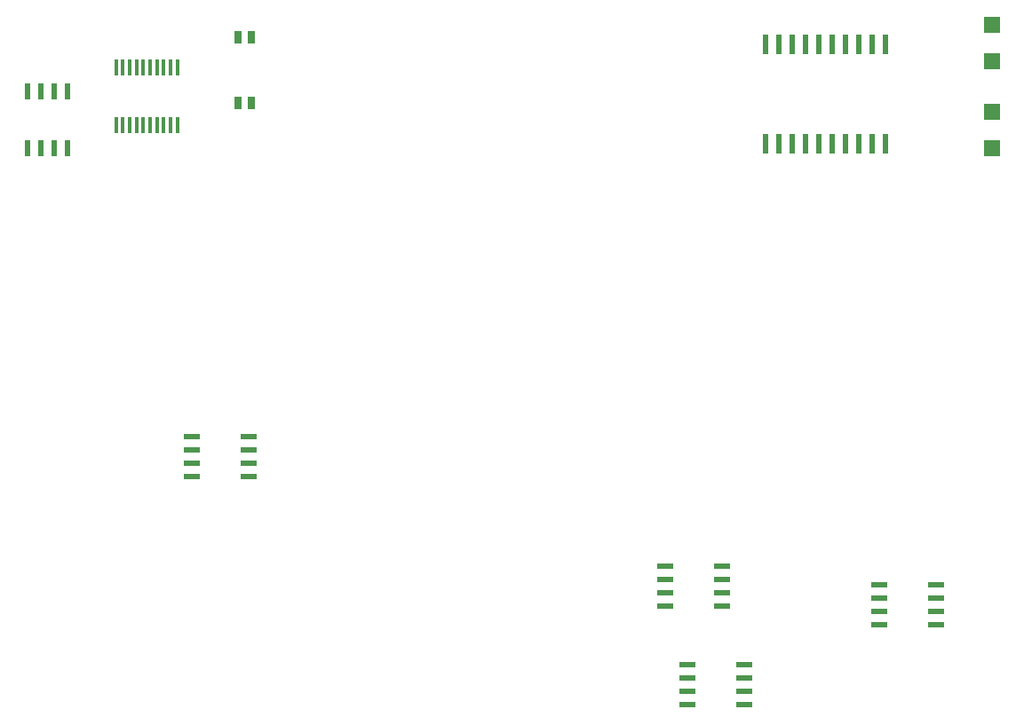
<source format=gbr>
G04 Layer_Color=8421504*
%FSLAX44Y44*%
%MOMM*%
%TF.FileFunction,Paste,Top*%
%TF.Part,Single*%
G01*
G75*
%TA.AperFunction,SMDPad*%
%ADD10R,1.5000X1.5000*%
%TA.AperFunction,SMDPad*%
%ADD11R,0.3800X1.5000*%
%TA.AperFunction,SMDPad*%
%ADD12R,0.6000X1.9500*%
%TA.AperFunction,SMDPad*%
%ADD13R,0.8000X1.2000*%
%TA.AperFunction,SMDPad*%
%ADD14R,1.5500X0.6000*%
%TA.AperFunction,SMDPad*%
%ADD15R,0.6000X1.5500*%
D10*
X961736Y690513D02*
D03*
Y655513D02*
D03*
Y738063D02*
D03*
Y773063D02*
D03*
D11*
X126596Y677183D02*
D03*
X133096D02*
D03*
X139596D02*
D03*
X146096D02*
D03*
X152596D02*
D03*
X159096D02*
D03*
X165596D02*
D03*
X172096D02*
D03*
X178596D02*
D03*
X185096D02*
D03*
Y732183D02*
D03*
X178596D02*
D03*
X172096D02*
D03*
X165596D02*
D03*
X159096D02*
D03*
X152596D02*
D03*
X146096D02*
D03*
X139596D02*
D03*
X133096D02*
D03*
X126596D02*
D03*
D12*
X745836Y754318D02*
D03*
X758536D02*
D03*
X771236D02*
D03*
X783936D02*
D03*
X796636D02*
D03*
X809336D02*
D03*
X822036D02*
D03*
X834736D02*
D03*
X847436D02*
D03*
X860136D02*
D03*
X745836Y659318D02*
D03*
X758536D02*
D03*
X771236D02*
D03*
X783936D02*
D03*
X796636D02*
D03*
X809336D02*
D03*
X822036D02*
D03*
X834736D02*
D03*
X847436D02*
D03*
X860136D02*
D03*
D13*
X242536Y698543D02*
D03*
X255236D02*
D03*
X242536Y761543D02*
D03*
X255236D02*
D03*
D14*
X671516Y162748D02*
D03*
Y150048D02*
D03*
Y137348D02*
D03*
Y124648D02*
D03*
X725516D02*
D03*
Y137348D02*
D03*
Y150048D02*
D03*
Y162748D02*
D03*
X854396Y238948D02*
D03*
Y226248D02*
D03*
Y213548D02*
D03*
Y200848D02*
D03*
X908396D02*
D03*
Y213548D02*
D03*
Y226248D02*
D03*
Y238948D02*
D03*
X649926Y256728D02*
D03*
Y244028D02*
D03*
Y231328D02*
D03*
Y218628D02*
D03*
X703926D02*
D03*
Y231328D02*
D03*
Y244028D02*
D03*
Y256728D02*
D03*
X199076Y379918D02*
D03*
Y367218D02*
D03*
Y354518D02*
D03*
Y341818D02*
D03*
X253076D02*
D03*
Y354518D02*
D03*
Y367218D02*
D03*
Y379918D02*
D03*
D15*
X42256Y655843D02*
D03*
X54956D02*
D03*
X67656D02*
D03*
X80356D02*
D03*
Y709843D02*
D03*
X67656D02*
D03*
X54956D02*
D03*
X42256D02*
D03*
%TF.MD5,EAE061C7D0E302BDA4E495E2D7FDD0C1*%
M02*

</source>
